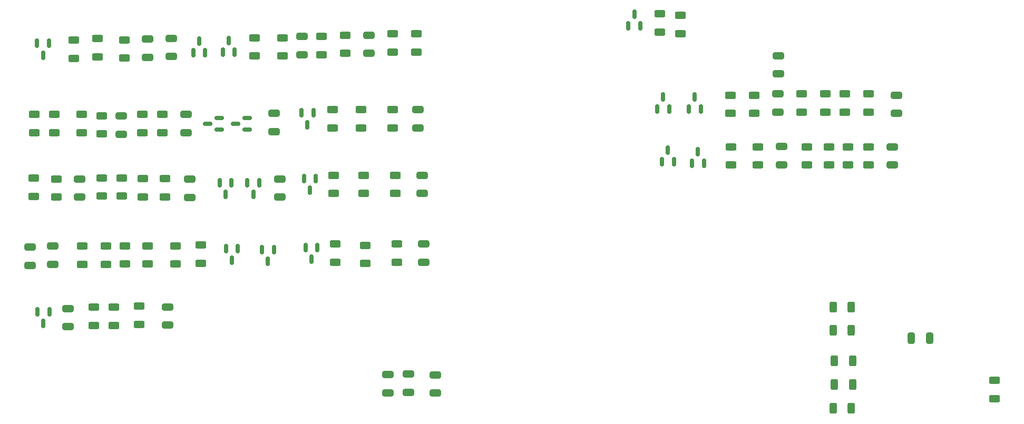
<source format=gtp>
G04 #@! TF.GenerationSoftware,KiCad,Pcbnew,7.0.11+dfsg-1build4*
G04 #@! TF.CreationDate,2024-10-21T23:09:42+01:00*
G04 #@! TF.ProjectId,edrumulus,65647275-6d75-46c7-9573-2e6b69636164,rev?*
G04 #@! TF.SameCoordinates,Original*
G04 #@! TF.FileFunction,Paste,Top*
G04 #@! TF.FilePolarity,Positive*
%FSLAX46Y46*%
G04 Gerber Fmt 4.6, Leading zero omitted, Abs format (unit mm)*
G04 Created by KiCad (PCBNEW 7.0.11+dfsg-1build4) date 2024-10-21 23:09:42*
%MOMM*%
%LPD*%
G01*
G04 APERTURE LIST*
G04 Aperture macros list*
%AMRoundRect*
0 Rectangle with rounded corners*
0 $1 Rounding radius*
0 $2 $3 $4 $5 $6 $7 $8 $9 X,Y pos of 4 corners*
0 Add a 4 corners polygon primitive as box body*
4,1,4,$2,$3,$4,$5,$6,$7,$8,$9,$2,$3,0*
0 Add four circle primitives for the rounded corners*
1,1,$1+$1,$2,$3*
1,1,$1+$1,$4,$5*
1,1,$1+$1,$6,$7*
1,1,$1+$1,$8,$9*
0 Add four rect primitives between the rounded corners*
20,1,$1+$1,$2,$3,$4,$5,0*
20,1,$1+$1,$4,$5,$6,$7,0*
20,1,$1+$1,$6,$7,$8,$9,0*
20,1,$1+$1,$8,$9,$2,$3,0*%
G04 Aperture macros list end*
%ADD10RoundRect,0.250000X-0.325000X-0.650000X0.325000X-0.650000X0.325000X0.650000X-0.325000X0.650000X0*%
%ADD11RoundRect,0.250000X-0.312500X-0.625000X0.312500X-0.625000X0.312500X0.625000X-0.312500X0.625000X0*%
%ADD12RoundRect,0.250000X0.625000X-0.312500X0.625000X0.312500X-0.625000X0.312500X-0.625000X-0.312500X0*%
%ADD13RoundRect,0.250000X-0.625000X0.312500X-0.625000X-0.312500X0.625000X-0.312500X0.625000X0.312500X0*%
%ADD14RoundRect,0.250000X0.312500X0.625000X-0.312500X0.625000X-0.312500X-0.625000X0.312500X-0.625000X0*%
%ADD15RoundRect,0.150000X0.587500X0.150000X-0.587500X0.150000X-0.587500X-0.150000X0.587500X-0.150000X0*%
%ADD16RoundRect,0.150000X-0.150000X0.587500X-0.150000X-0.587500X0.150000X-0.587500X0.150000X0.587500X0*%
%ADD17RoundRect,0.150000X0.150000X-0.587500X0.150000X0.587500X-0.150000X0.587500X-0.150000X-0.587500X0*%
%ADD18RoundRect,0.250000X-0.650000X0.325000X-0.650000X-0.325000X0.650000X-0.325000X0.650000X0.325000X0*%
%ADD19RoundRect,0.250000X0.650000X-0.325000X0.650000X0.325000X-0.650000X0.325000X-0.650000X-0.325000X0*%
G04 APERTURE END LIST*
D10*
X201901000Y-112395000D03*
X204851000Y-112395000D03*
D11*
X189353000Y-107442000D03*
X192278000Y-107442000D03*
D12*
X73787000Y-110363000D03*
X73787000Y-107438000D03*
D13*
X77851000Y-107249500D03*
X77851000Y-110174500D03*
X70612000Y-107438000D03*
X70612000Y-110363000D03*
X87757000Y-100346500D03*
X87757000Y-97421500D03*
X83693000Y-100473500D03*
X83693000Y-97548500D03*
D12*
X79248000Y-97548500D03*
X79248000Y-100473500D03*
X75565000Y-97548500D03*
X75565000Y-100473500D03*
D13*
X68707000Y-100539000D03*
X68707000Y-97614000D03*
X72517000Y-100539000D03*
X72517000Y-97614000D03*
D12*
X75057000Y-86628000D03*
X75057000Y-89553000D03*
D13*
X78486000Y-89680000D03*
X78486000Y-86755000D03*
X71882000Y-89553000D03*
X71882000Y-86628000D03*
D12*
X82042000Y-89680000D03*
X82042000Y-86755000D03*
X60899000Y-89601000D03*
X60899000Y-86676000D03*
D13*
X64582000Y-86803000D03*
X64582000Y-89728000D03*
D11*
X189353000Y-123698000D03*
X192278000Y-123698000D03*
D14*
X192466500Y-119888000D03*
X189541500Y-119888000D03*
D11*
X189353000Y-111125000D03*
X192278000Y-111125000D03*
D12*
X215275000Y-122122500D03*
X215275000Y-119197500D03*
D14*
X192466500Y-116078000D03*
X189541500Y-116078000D03*
D12*
X71181000Y-67170000D03*
X71181000Y-64245000D03*
D13*
X118999000Y-89141500D03*
X118999000Y-86216500D03*
X118618000Y-78600500D03*
X118618000Y-75675500D03*
X119253000Y-100203000D03*
X119253000Y-97278000D03*
D12*
X161544000Y-63184500D03*
X161544000Y-60259500D03*
D13*
X75499000Y-64437500D03*
X75499000Y-67362500D03*
X67371000Y-64482500D03*
X67371000Y-67407500D03*
D12*
X113919000Y-86216500D03*
X113919000Y-89141500D03*
X109093000Y-86216500D03*
X109093000Y-89141500D03*
X113538000Y-75675500D03*
X113538000Y-78600500D03*
X108966000Y-75675500D03*
X108966000Y-78600500D03*
X114173000Y-97470500D03*
X114173000Y-100395500D03*
X109347000Y-97278000D03*
X109347000Y-100203000D03*
X164846000Y-63438500D03*
X164846000Y-60513500D03*
D13*
X185166000Y-81644500D03*
X185166000Y-84569500D03*
X188722000Y-81644500D03*
X188722000Y-84569500D03*
D12*
X195072000Y-76060500D03*
X195072000Y-73135500D03*
X191262000Y-76060500D03*
X191262000Y-73135500D03*
X107188000Y-63921000D03*
X107188000Y-66846000D03*
X110998000Y-63688500D03*
X110998000Y-66613500D03*
D13*
X71821000Y-76647000D03*
X71821000Y-79572000D03*
X68646000Y-76454500D03*
X68646000Y-79379500D03*
D12*
X191770000Y-84569500D03*
X191770000Y-81644500D03*
X195072000Y-84569500D03*
X195072000Y-81644500D03*
D13*
X184277000Y-73135500D03*
X184277000Y-76060500D03*
X188087000Y-73135500D03*
X188087000Y-76060500D03*
X118618000Y-66421000D03*
X118618000Y-63496000D03*
X122428000Y-66421000D03*
X122428000Y-63496000D03*
X78396000Y-76454500D03*
X78396000Y-79379500D03*
X81571000Y-76454500D03*
X81571000Y-79379500D03*
X172974000Y-81644500D03*
X172974000Y-84569500D03*
X177292000Y-81644500D03*
X177292000Y-84569500D03*
X172847000Y-73328000D03*
X172847000Y-76253000D03*
X176657000Y-73328000D03*
X176657000Y-76253000D03*
D12*
X96423000Y-64113500D03*
X96423000Y-67038500D03*
X100868000Y-64113500D03*
X100868000Y-67038500D03*
D13*
X61026000Y-76454500D03*
X61026000Y-79379500D03*
D12*
X64201000Y-79379500D03*
X64201000Y-76454500D03*
D15*
X90763500Y-78867000D03*
X90763500Y-76967000D03*
X88888500Y-77917000D03*
D16*
X63434000Y-108155500D03*
X61534000Y-108155500D03*
X62484000Y-110030500D03*
X92771000Y-99870000D03*
X91821000Y-97995000D03*
X93721000Y-97995000D03*
X98547000Y-100045500D03*
X97597000Y-98170500D03*
X99497000Y-98170500D03*
X91755000Y-89281500D03*
X90805000Y-87406500D03*
X92705000Y-87406500D03*
X97155000Y-87406500D03*
X95255000Y-87406500D03*
X96205000Y-89281500D03*
D17*
X157414000Y-60355000D03*
X158364000Y-62230000D03*
X156464000Y-62230000D03*
D16*
X106487000Y-97803000D03*
X104587000Y-97803000D03*
X105537000Y-99678000D03*
X63368000Y-65024000D03*
X61468000Y-65024000D03*
X62418000Y-66899000D03*
X105283000Y-88616500D03*
X104333000Y-86741500D03*
X106233000Y-86741500D03*
X104902000Y-78075500D03*
X103952000Y-76200500D03*
X105852000Y-76200500D03*
D17*
X161864000Y-84044500D03*
X163764000Y-84044500D03*
X162814000Y-82169500D03*
X166690000Y-84298500D03*
X168590000Y-84298500D03*
X167640000Y-82423500D03*
X161102000Y-75535500D03*
X163002000Y-75535500D03*
X162052000Y-73660500D03*
X166182000Y-75535500D03*
X168082000Y-75535500D03*
X167132000Y-73660500D03*
X87503000Y-64638500D03*
X88453000Y-66513500D03*
X86553000Y-66513500D03*
X92268000Y-64546000D03*
X93218000Y-66421000D03*
X91318000Y-66421000D03*
D15*
X95208500Y-78867000D03*
X95208500Y-76967000D03*
X93333500Y-77917000D03*
D18*
X100457000Y-86790000D03*
X100457000Y-89740000D03*
X82423000Y-107364000D03*
X82423000Y-110314000D03*
D19*
X83058000Y-64184000D03*
X83058000Y-67134000D03*
D18*
X180594000Y-66978000D03*
X180594000Y-69928000D03*
X99568000Y-76249000D03*
X99568000Y-79199000D03*
D19*
X66421000Y-110568000D03*
X66421000Y-107618000D03*
X60325000Y-100740000D03*
X60325000Y-97790000D03*
X64008000Y-97585000D03*
X64008000Y-100535000D03*
X85979000Y-89770500D03*
X85979000Y-86820500D03*
D18*
X68265000Y-89740500D03*
X68265000Y-86790500D03*
X117856000Y-118230000D03*
X117856000Y-121180000D03*
X79182000Y-64314500D03*
X79182000Y-67264500D03*
D19*
X123317000Y-86204000D03*
X123317000Y-89154000D03*
X122682000Y-75663000D03*
X122682000Y-78613000D03*
D18*
X125476000Y-118286000D03*
X125476000Y-121236000D03*
D19*
X123571000Y-97265500D03*
X123571000Y-100215500D03*
X198882000Y-84582000D03*
X198882000Y-81632000D03*
D18*
X121158000Y-118159000D03*
X121158000Y-121109000D03*
X199517000Y-73328000D03*
X199517000Y-76278000D03*
X114808000Y-66626000D03*
X114808000Y-63676000D03*
X85381000Y-76442000D03*
X85381000Y-79392000D03*
D19*
X181102000Y-84533000D03*
X181102000Y-81583000D03*
D18*
X180467000Y-73123000D03*
X180467000Y-76073000D03*
X104013000Y-66831000D03*
X104013000Y-63881000D03*
D19*
X74996000Y-79597000D03*
X74996000Y-76647000D03*
M02*

</source>
